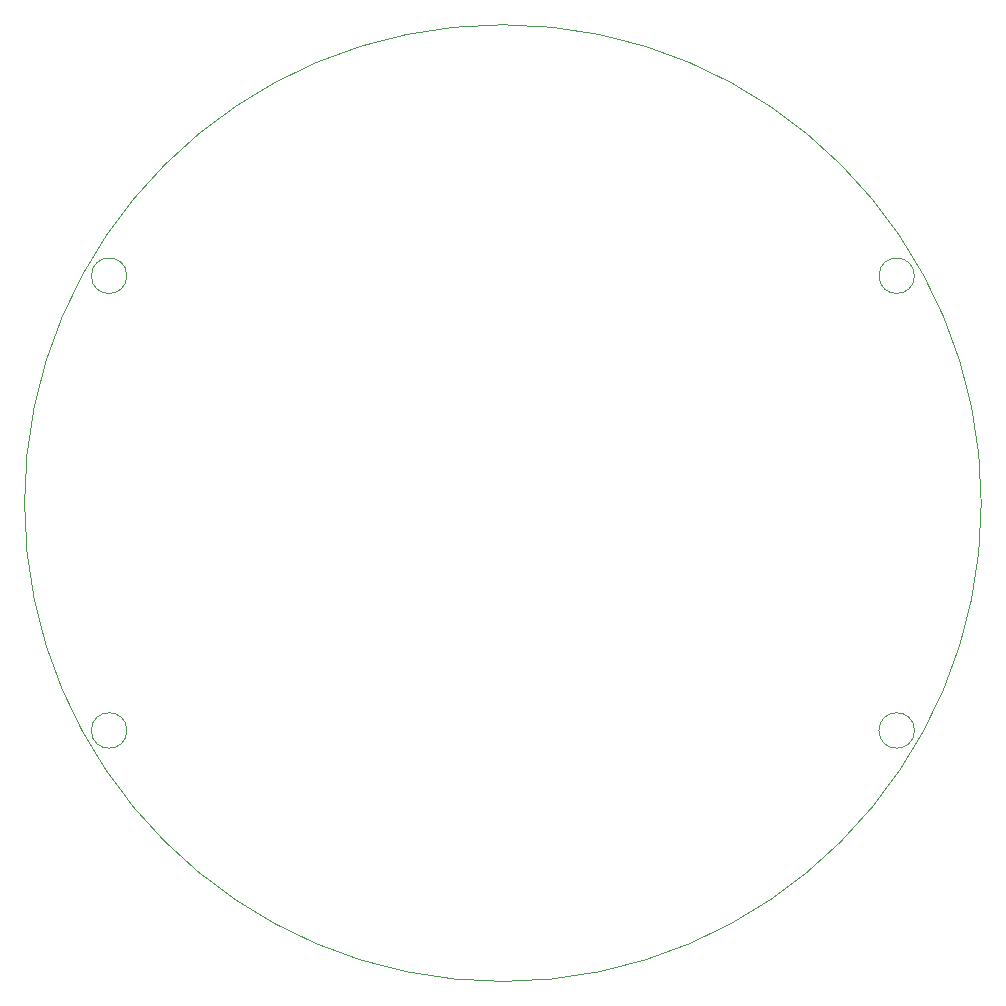
<source format=gm1>
G04 #@! TF.GenerationSoftware,KiCad,Pcbnew,8.0.5*
G04 #@! TF.CreationDate,2024-11-26T16:03:35+07:00*
G04 #@! TF.ProjectId,probe06-ivy,70726f62-6530-4362-9d69-76792e6b6963,1*
G04 #@! TF.SameCoordinates,Original*
G04 #@! TF.FileFunction,Profile,NP*
%FSLAX46Y46*%
G04 Gerber Fmt 4.6, Leading zero omitted, Abs format (unit mm)*
G04 Created by KiCad (PCBNEW 8.0.5) date 2024-11-26 16:03:35*
%MOMM*%
%LPD*%
G01*
G04 APERTURE LIST*
G04 #@! TA.AperFunction,Profile*
%ADD10C,0.100000*%
G04 #@! TD*
G04 APERTURE END LIST*
D10*
X114270522Y-84065000D02*
G75*
G02*
X111270522Y-84065000I-1500000J0D01*
G01*
X111270522Y-84065000D02*
G75*
G02*
X114270522Y-84065000I1500000J0D01*
G01*
X180954478Y-84065000D02*
G75*
G02*
X177954478Y-84065000I-1500000J0D01*
G01*
X177954478Y-84065000D02*
G75*
G02*
X180954478Y-84065000I1500000J0D01*
G01*
X114270522Y-122565000D02*
G75*
G02*
X111270522Y-122565000I-1500000J0D01*
G01*
X111270522Y-122565000D02*
G75*
G02*
X114270522Y-122565000I1500000J0D01*
G01*
X180954478Y-122565000D02*
G75*
G02*
X177954478Y-122565000I-1500000J0D01*
G01*
X177954478Y-122565000D02*
G75*
G02*
X180954478Y-122565000I1500000J0D01*
G01*
X186612500Y-103315000D02*
G75*
G02*
X105612500Y-103315000I-40500000J0D01*
G01*
X105612500Y-103315000D02*
G75*
G02*
X186612500Y-103315000I40500000J0D01*
G01*
M02*

</source>
